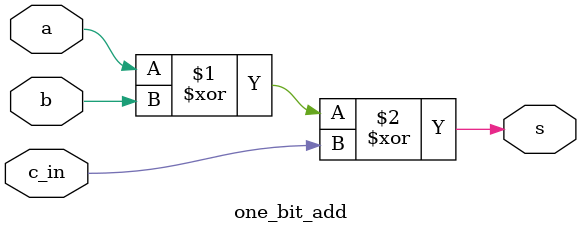
<source format=v>
module one_bit_add(a, b, c_in, s);
    input a, b, c_in;
    output s;
    
    xor sum(s, a, b, c_in);
endmodule
</source>
